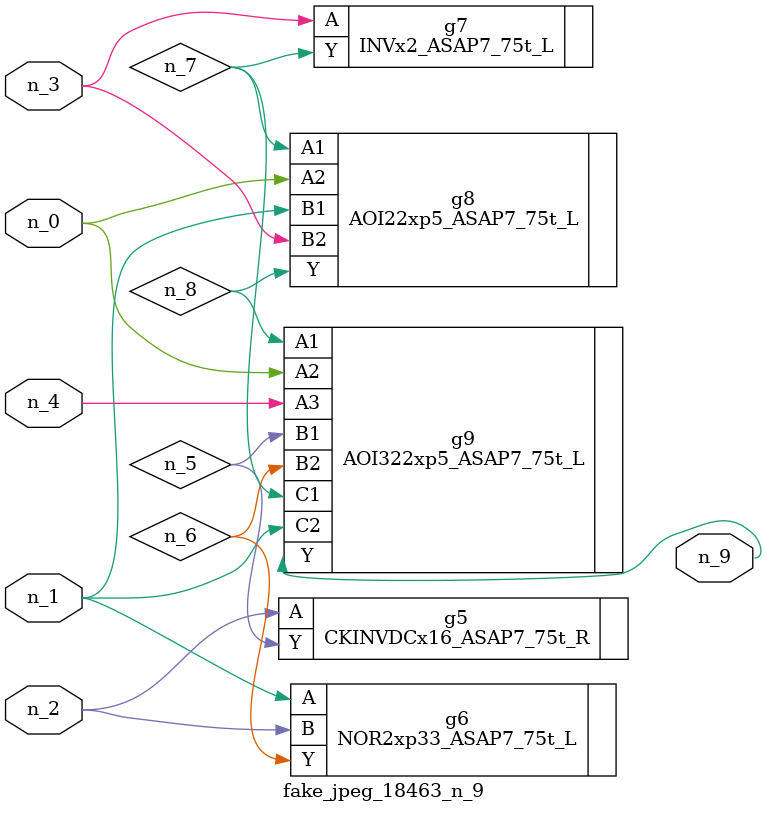
<source format=v>
module fake_jpeg_18463_n_9 (n_3, n_2, n_1, n_0, n_4, n_9);

input n_3;
input n_2;
input n_1;
input n_0;
input n_4;

output n_9;

wire n_8;
wire n_6;
wire n_5;
wire n_7;

CKINVDCx16_ASAP7_75t_R g5 ( 
.A(n_2),
.Y(n_5)
);

NOR2xp33_ASAP7_75t_L g6 ( 
.A(n_1),
.B(n_2),
.Y(n_6)
);

INVx2_ASAP7_75t_L g7 ( 
.A(n_3),
.Y(n_7)
);

AOI22xp5_ASAP7_75t_L g8 ( 
.A1(n_7),
.A2(n_0),
.B1(n_1),
.B2(n_3),
.Y(n_8)
);

AOI322xp5_ASAP7_75t_L g9 ( 
.A1(n_8),
.A2(n_0),
.A3(n_4),
.B1(n_5),
.B2(n_6),
.C1(n_7),
.C2(n_1),
.Y(n_9)
);


endmodule
</source>
